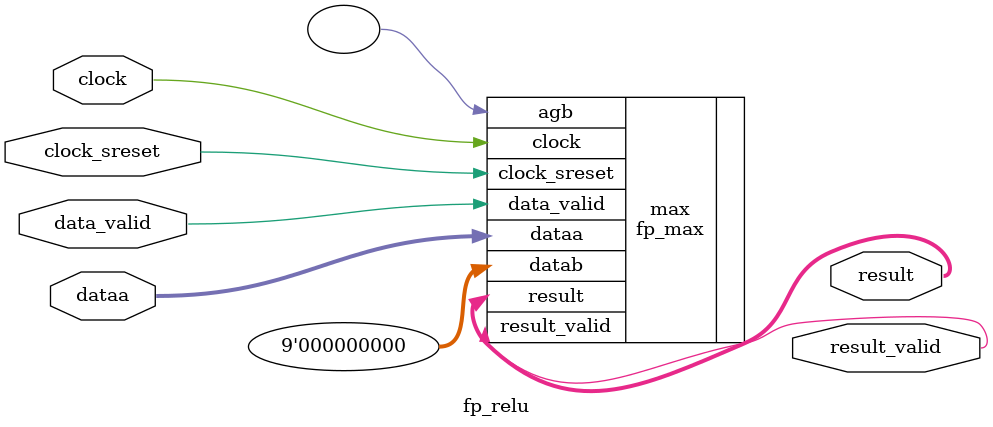
<source format=sv>

`ifndef __ADD_TYPES
   `define __ADD_TYPES
   `define COMBINATORIAL always_comb
   `define REGISTERED always_ff @ (posedge clock)

   // set the stages
   `define AGB_STAGE1 `REGISTERED
`endif

module fp_relu # (
            parameter            EXP = 4,
            parameter            MANT = 4,
            parameter            WIDTH = 1 + EXP + MANT
)
(
   input    logic                clock,
   input    logic                clock_sreset,
   input    logic                data_valid,
   input    logic [WIDTH-1:0]    dataa,
   output   logic                result_valid,
   output   logic [WIDTH-1:0]    result,
);
            localparam           DONTCARE = {WIDTH*2{1'bx}};
            localparam           ZERO = {WIDTH*2{1'b0}};
            localparam           ONE = {ZERO, 1'b1};
            localparam           BIAS = (2 ** (EXP - 1)) - 1;
   
   fp_max   # (
               .EXP(EXP),
               .MANT(MANT)
            )
            max (
               .clock(clock),
               .clock_sreset(clock_sreset),
               .data_valid(data_valid),
               .dataa(dataa),
               .datab(ZERO[WIDTH-1:0]),
               .result_valid(result_valid),
               .result(result),
               .agb()
            );

endmodule

</source>
